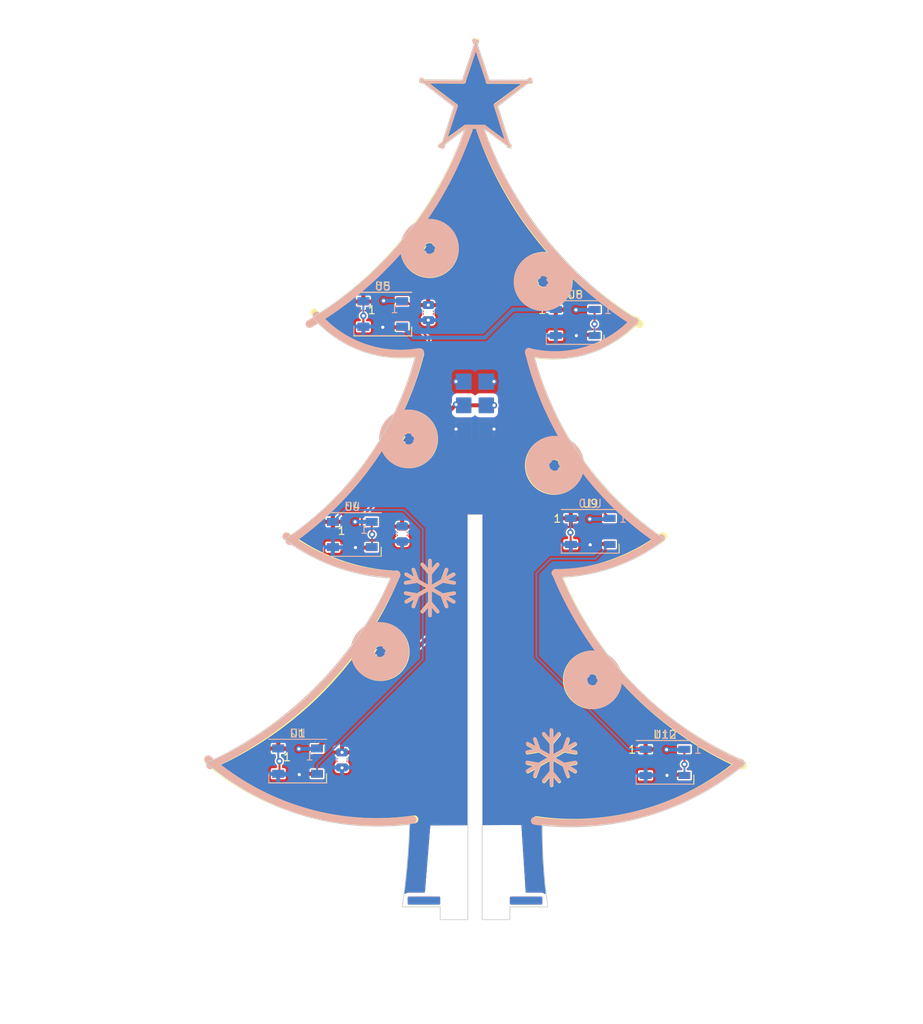
<source format=kicad_pcb>
(kicad_pcb (version 20221018) (generator pcbnew)
  (title_block (comment 4 "AISLER Project ID: SEEBHILR"))
  (layers (0 "F.Cu" signal) (31 "B.Cu" signal) (34 "B.Paste" user) (35 "F.Paste" user) (36 "B.SilkS" user "B.Silkscreen") (37 "F.SilkS" user "F.Silkscreen") (38 "B.Mask" user) (39 "F.Mask" user) (44 "Edge.Cuts" user))
  (net 0 "")
  (net 1 "+5V")
  (net 2 "GND")
  (net 3 "/DIN")
  (net 4 "Net-(U1-DOUT)")
  (net 5 "Net-(U2-DOUT)")
  (net 6 "Net-(U3-DOUT)")
  (net 7 "Net-(U4-DOUT)")
  (net 8 "Net-(U5-DOUT)")
  (net 9 "Net-(U6-DOUT)")
  (net 10 "Net-(U7-DOUT)")
  (net 11 "Net-(U8-DOUT)")
  (net 12 "Net-(U10-DIN)")
  (net 13 "Net-(U10-DOUT)")
  (net 14 "Net-(U11-DOUT)")
  (footprint "LOGO" (layer "F.Cu") (at 149.175 109.6)
    (fp_text reference "G***" hide)
    (fp_text value "LOGO" hide)
  )
  (footprint "Capacitor_SMD:C_0805_2012Metric" (layer "F.Cu") (at 130.3 81.35 -90)
    (fp_text reference "C6" hide)
    (fp_text value "0.1uF")
    (pad "1" smd roundrect (at -0.95 0 270) (size 1 1.45) (layers "F.Cu" "F.Paste" "F.Mask") (net 1 "+5V"))
    (pad "2" smd roundrect (at 0.95 0 270) (size 1 1.45) (layers "F.Cu" "F.Paste" "F.Mask") (net 2 "GND"))
  )
  (footprint "LOGO" (layer "F.Cu") (at 149.599308 72.15 -10)
    (fp_text reference "G***" hide)
    (fp_text value "LOGO" hide)
  )
  (footprint "LOGO" (layer "F.Cu") (at 133.734419 44.813426 10)
    (fp_text reference "G***" hide)
    (fp_text value "LOGO" hide)
  )
  (footprint "LOGO" (layer "F.Cu") (at 127.515 95.665 10)
    (fp_text reference "G***" hide)
    (fp_text value "LOGO" hide)
  )
  (footprint "LOGO" (layer "F.Cu") (at 133.8 88.15)
    (fp_text reference "G***" hide)
    (fp_text value "LOGO" hide)
  )
  (footprint "LED_SMD:LED_WS2812B_PLCC4_5.0x5.0mm_P3.2mm" (layer "F.Cu") (at 127.85 53.6)
    (fp_text reference "U5" (at 0 -3.5) (layer "F.SilkS"))
    (fp_text value "WS2812B")
    (fp_text user "1" (at -1.38 -0.52) (layer "F.SilkS"))
    (pad "1" smd rect (at -2.45 -1.6) (size 1.5 1) (layers "F.Cu" "F.Paste" "F.Mask") (net 1 "+5V"))
    (pad "2" smd rect (at -2.45 1.6) (size 1.5 1) (layers "F.Cu" "F.Paste" "F.Mask") (net 8 "Net-(U5-DOUT)"))
    (pad "3" smd rect (at 2.45 1.6) (size 1.5 1) (layers "F.Cu" "F.Paste" "F.Mask") (net 2 "GND"))
    (pad "4" smd rect (at 2.45 -1.6) (size 1.5 1) (layers "F.Cu" "F.Paste" "F.Mask") (net 7 "Net-(U4-DOUT)"))
  )
  (footprint "LOGO" (layer "F.Cu") (at 148.239308 48.89 -10)
    (fp_text reference "G***" hide)
    (fp_text value "LOGO" hide)
  )
  (footprint "LED_SMD:LED_WS2812B_PLCC4_5.0x5.0mm_P3.2mm" (layer "F.Cu") (at 154.05 81)
    (fp_text reference "U9" (at 0 -3.5) (layer "F.SilkS"))
    (fp_text value "WS2812B")
    (fp_text user "1" (at -4.15 -1.6) (layer "F.SilkS"))
    (pad "1" smd rect (at -2.45 -1.65) (size 1.5 0.9) (layers "F.Cu" "F.Paste" "F.Mask") (net 1 "+5V"))
    (pad "2" smd rect (at -2.45 1.65) (size 1.5 0.9) (layers "F.Cu" "F.Paste" "F.Mask") (net 12 "Net-(U10-DIN)"))
    (pad "3" smd rect (at 2.45 1.65) (size 1.5 0.9) (layers "F.Cu" "F.Paste" "F.Mask") (net 2 "GND"))
    (pad "4" smd rect (at 2.45 -1.65) (size 1.5 0.9) (layers "F.Cu" "F.Paste" "F.Mask") (net 11 "Net-(U8-DOUT)"))
  )
  (footprint "LOGO" (layer "F.Cu") (at 131.105 68.825 10)
    (fp_text reference "G***" hide)
    (fp_text value "LOGO" hide)
  )
  (footprint "Capacitor_SMD:C_0805_2012Metric" (layer "F.Cu") (at 133.6 53.4 -90)
    (fp_text reference "C2" hide)
    (fp_text value "0.1uF")
    (pad "1" smd roundrect (at -0.95 0 270) (size 1 1.45) (layers "F.Cu" "F.Paste" "F.Mask") (net 1 "+5V"))
    (pad "2" smd roundrect (at 0.95 0 270) (size 1 1.45) (layers "F.Cu" "F.Paste" "F.Mask") (net 2 "GND"))
  )
  (footprint "LED_SMD:LED_WS2812B_PLCC4_5.0x5.0mm_P3.2mm" (layer "F.Cu") (at 117.1 110)
    (fp_text reference "U1" (at 0 -3.5) (layer "F.SilkS"))
    (fp_text value "WS2812B")
    (fp_text user "1" (at -1.33 -0.5) (layer "F.SilkS"))
    (pad "1" smd rect (at -2.45 -1.6) (size 1.5 1) (layers "F.Cu" "F.Paste" "F.Mask") (net 1 "+5V"))
    (pad "2" smd rect (at -2.45 1.6) (size 1.5 1) (layers "F.Cu" "F.Paste" "F.Mask") (net 4 "Net-(U1-DOUT)"))
    (pad "3" smd rect (at 2.45 1.6) (size 1.5 1) (layers "F.Cu" "F.Paste" "F.Mask") (net 2 "GND"))
    (pad "4" smd rect (at 2.45 -1.6) (size 1.5 1) (layers "F.Cu" "F.Paste" "F.Mask") (net 3 "/DIN"))
  )
  (footprint "LED_SMD:LED_WS2812B_PLCC4_5.0x5.0mm_P3.2mm" (layer "F.Cu") (at 163.5 110.15)
    (fp_text reference "U12" (at 0 -3.5) (layer "F.SilkS"))
    (fp_text value "WS2812B")
    (fp_text user "1" (at -4.15 -1.6) (layer "F.SilkS"))
    (pad "1" smd rect (at -2.45 -1.65) (size 1.5 0.9) (layers "F.Cu" "F.Paste" "F.Mask") (net 1 "+5V"))
    (pad "2" smd rect (at -2.45 1.65) (size 1.5 0.9) (layers "F.Cu" "F.Paste" "F.Mask"))
    (pad "3" smd rect (at 2.45 1.65) (size 1.5 0.9) (layers "F.Cu" "F.Paste" "F.Mask") (net 2 "GND"))
    (pad "4" smd rect (at 2.45 -1.65) (size 1.5 0.9) (layers "F.Cu" "F.Paste" "F.Mask") (net 14 "Net-(U11-DOUT)"))
  )
  (footprint "LED_SMD:LED_WS2812B_PLCC4_5.0x5.0mm_P3.2mm" (layer "F.Cu") (at 152.15 54.65)
    (fp_text reference "U8" (at 0 -3.5) (layer "F.SilkS"))
    (fp_text value "WS2812B")
    (fp_text user "1" (at -4.15 -1.6) (layer "F.SilkS"))
    (pad "1" smd rect (at -2.45 -1.65) (size 1.5 0.9) (layers "F.Cu" "F.Paste" "F.Mask") (net 1 "+5V"))
    (pad "2" smd rect (at -2.45 1.65) (size 1.5 0.9) (layers "F.Cu" "F.Paste" "F.Mask") (net 11 "Net-(U8-DOUT)"))
    (pad "3" smd rect (at 2.45 1.65) (size 1.5 0.9) (layers "F.Cu" "F.Paste" "F.Mask") (net 2 "GND"))
    (pad "4" smd rect (at 2.45 -1.65) (size 1.5 0.9) (layers "F.Cu" "F.Paste" "F.Mask") (net 10 "Net-(U7-DOUT)"))
  )
  (footprint "LOGO" (layer "F.Cu") (at 154.399308 99.2 -10)
    (fp_text reference "G***" hide)
    (fp_text value "LOGO" hide)
  )
  (footprint "Capacitor_SMD:C_0805_2012Metric" (layer "F.Cu") (at 122.7 109.85 -90)
    (fp_text reference "C4" hide)
    (fp_text value "0.1uF")
    (pad "1" smd roundrect (at -0.95 0 270) (size 1 1.45) (layers "F.Cu" "F.Paste" "F.Mask") (net 1 "+5V"))
    (pad "2" smd roundrect (at 0.95 0 270) (size 1 1.45) (layers "F.Cu" "F.Paste" "F.Mask") (net 2 "GND"))
  )
  (footprint "LED_SMD:LED_WS2812B_PLCC4_5.0x5.0mm_P3.2mm" (layer "F.Cu") (at 124 81.4)
    (fp_text reference "U4" (at 0 -3.5) (layer "F.SilkS"))
    (fp_text value "WS2812B")
    (fp_text user "1" (at -1.35 -0.46) (layer "F.SilkS"))
    (pad "1" smd rect (at -2.45 -1.6) (size 1.5 1) (layers "F.Cu" "F.Paste" "F.Mask") (net 1 "+5V"))
    (pad "2" smd rect (at -2.45 1.6) (size 1.5 1) (layers "F.Cu" "F.Paste" "F.Mask") (net 7 "Net-(U4-DOUT)"))
    (pad "3" smd rect (at 2.45 1.6) (size 1.5 1) (layers "F.Cu" "F.Paste" "F.Mask") (net 2 "GND"))
    (pad "4" smd rect (at 2.45 -1.6) (size 1.5 1) (layers "F.Cu" "F.Paste" "F.Mask") (net 6 "Net-(U3-DOUT)"))
  )
  (footprint "LOGO" (layer "B.Cu") (at 130.990692 68.787039 -170)
    (fp_text reference "G***" hide)
    (fp_text value "LOGO" hide)
  )
  (footprint "LED_SMD:LED_WS2812B_PLCC4_5.0x5.0mm_P3.2mm" (layer "B.Cu") (at 124 81.4 180)
    (fp_text reference "U3" (at 0 3.5) (layer "B.SilkS") (effects (justify mirror)))
    (fp_text value "WS2812B")
    (fp_text user "1" (at -1.48 0.61) (layer "B.SilkS") (effects (justify mirror)))
    (pad "1" smd rect (at -2.45 1.6 180) (size 1.5 1) (layers "B.Cu" "B.Paste" "B.Mask") (net 1 "+5V"))
    (pad "2" smd rect (at -2.45 -1.6 180) (size 1.5 1) (layers "B.Cu" "B.Paste" "B.Mask") (net 6 "Net-(U3-DOUT)"))
    (pad "3" smd rect (at 2.45 -1.6 180) (size 1.5 1) (layers "B.Cu" "B.Paste" "B.Mask") (net 2 "GND"))
    (pad "4" smd rect (at 2.45 1.6 180) (size 1.5 1) (layers "B.Cu" "B.Paste" "B.Mask") (net 5 "Net-(U2-DOUT)"))
  )
  (footprint "Capacitor_SMD:C_0805_2012Metric" (layer "B.Cu") (at 122.7 109.85 -90)
    (fp_text reference "C3" hide)
    (fp_text value "0.1uF")
    (pad "1" smd roundrect (at -0.95 0 270) (size 1 1.45) (layers "B.Cu" "B.Paste" "B.Mask") (net 1 "+5V"))
    (pad "2" smd roundrect (at 0.95 0 270) (size 1 1.45) (layers "B.Cu" "B.Paste" "B.Mask") (net 2 "GND"))
  )
  (footprint "LED_SMD:LED_WS2812B_PLCC4_5.0x5.0mm_P3.2mm" (layer "B.Cu") (at 127.85 53.55 180)
    (fp_text reference "U6" (at 0 3.5) (layer "B.SilkS") (effects (justify mirror)))
    (fp_text value "WS2812B")
    (fp_text user "1" (at -1.49 0.6) (layer "B.SilkS") (effects (justify mirror)))
    (pad "1" smd rect (at -2.45 1.6 180) (size 1.5 1) (layers "B.Cu" "B.Paste" "B.Mask") (net 1 "+5V"))
    (pad "2" smd rect (at -2.45 -1.6 180) (size 1.5 1) (layers "B.Cu" "B.Paste" "B.Mask") (net 9 "Net-(U6-DOUT)"))
    (pad "3" smd rect (at 2.45 -1.6 180) (size 1.5 1) (layers "B.Cu" "B.Paste" "B.Mask") (net 2 "GND"))
    (pad "4" smd rect (at 2.45 1.6 180) (size 1.5 1) (layers "B.Cu" "B.Paste" "B.Mask") (net 8 "Net-(U5-DOUT)"))
  )
  (footprint "LOGO" (layer "B.Cu") (at 154.405 99.205 170)
    (fp_text reference "G***" hide)
    (fp_text value "LOGO" hide)
  )
  (footprint "LOGO" (layer "B.Cu") (at 148.105 48.975 170)
    (fp_text reference "G***" hide)
    (fp_text value "LOGO" hide)
  )
  (footprint "LOGO" (layer "B.Cu") (at 149.615 72.125 170)
    (fp_text reference "G***" hide)
    (fp_text value "LOGO" hide)
  )
  (footprint "LED_SMD:LED_WS2812B_PLCC4_5.0x5.0mm_P3.2mm" (layer "B.Cu") (at 117.1 110 180)
    (fp_text reference "U2" (at 0 3.5) (layer "B.SilkS") (effects (justify mirror)))
    (fp_text value "WS2812B")
    (fp_text user "1" (at -1.51 0.6) (layer "B.SilkS") (effects (justify mirror)))
    (pad "1" smd rect (at -2.45 1.6 180) (size 1.5 1) (layers "B.Cu" "B.Paste" "B.Mask") (net 1 "+5V"))
    (pad "2" smd rect (at -2.45 -1.6 180) (size 1.5 1) (layers "B.Cu" "B.Paste" "B.Mask") (net 5 "Net-(U2-DOUT)"))
    (pad "3" smd rect (at 2.45 -1.6 180) (size 1.5 1) (layers "B.Cu" "B.Paste" "B.Mask") (net 2 "GND"))
    (pad "4" smd rect (at 2.45 1.6 180) (size 1.5 1) (layers "B.Cu" "B.Paste" "B.Mask") (net 4 "Net-(U1-DOUT)"))
  )
  (footprint "LOGO" (layer "B.Cu") (at 149.138821 109.515153 180)
    (fp_text reference "G***" hide)
    (fp_text value "LOGO" hide)
  )
  (footprint "LED_SMD:LED_WS2812B_PLCC4_5.0x5.0mm_P3.2mm" (layer "B.Cu") (at 154.05 81 180)
    (fp_text reference "U10" (at 0 3.5) (layer "B.SilkS") (effects (justify mirror)))
    (fp_text value "WS2812B")
    (fp_text user "1" (at -4.15 1.6) (layer "B.SilkS") (effects (justify mirror)))
    (pad "1" smd rect (at -2.45 1.65 180) (size 1.5 0.9) (layers "B.Cu" "B.Paste" "B.Mask") (net 1 "+5V"))
    (pad "2" smd rect (at -2.45 -1.65 180) (size 1.5 0.9) (layers "B.Cu" "B.Paste" "B.Mask") (net 13 "Net-(U10-DOUT)"))
    (pad "3" smd rect (at 2.45 -1.65 180) (size 1.5 0.9) (layers "B.Cu" "B.Paste" "B.Mask") (net 2 "GND"))
    (pad "4" smd rect (at 2.45 1.65 180) (size 1.5 0.9) (layers "B.Cu" "B.Paste" "B.Mask") (net 12 "Net-(U10-DIN)"))
  )
  (footprint "LOGO" (layer "B.Cu") (at 127.370692 95.6 -170)
    (fp_text reference "G***" hide)
    (fp_text value "LOGO" hide)
  )
  (footprint "Capacitor_SMD:C_0805_2012Metric" (layer "B.Cu") (at 133.6 53.4 -90)
    (fp_text reference "C5" hide)
    (fp_text value "0.1uF")
    (pad "1" smd roundrect (at -0.95 0 270) (size 1 1.45) (layers "B.Cu" "B.Paste" "B.Mask") (net 1 "+5V"))
    (pad "2" smd roundrect (at 0.95 0 270) (size 1 1.45) (layers "B.Cu" "B.Paste" "B.Mask") (net 2 "GND"))
  )
  (footprint "LED_SMD:LED_WS2812B_PLCC4_5.0x5.0mm_P3.2mm" (layer "B.Cu") (at 163.5 110.15 180)
    (fp_text reference "U11" (at 0 3.5) (layer "B.SilkS") (effects (justify mirror)))
    (fp_text value "WS2812B")
    (fp_text user "1" (at -4.15 1.6) (layer "B.SilkS") (effects (justify mirror)))
    (pad "1" smd rect (at -2.45 1.65 180) (size 1.5 0.9) (layers "B.Cu" "B.Paste" "B.Mask") (net 1 "+5V"))
    (pad "2" smd rect (at -2.45 -1.65 180) (size 1.5 0.9) (layers "B.Cu" "B.Paste" "B.Mask") (net 14 "Net-(U11-DOUT)"))
    (pad "3" smd rect (at 2.45 -1.65 180) (size 1.5 0.9) (layers "B.Cu" "B.Paste" "B.Mask") (net 2 "GND"))
    (pad "4" smd rect (at 2.45 1.65 180) (size 1.5 0.9) (layers "B.Cu" "B.Paste" "B.Mask") (net 13 "Net-(U10-DOUT)"))
  )
  (footprint "Capacitor_SMD:C_0805_2012Metric" (layer "B.Cu") (at 130.3 81.3 -90)
    (fp_text reference "C1" hide)
    (fp_text value "0.1uF")
    (pad "1" smd roundrect (at -0.95 0 270) (size 1 1.45) (layers "B.Cu" "B.Paste" "B.Mask") (net 1 "+5V"))
    (pad "2" smd roundrect (at 0.95 0 270) (size 1 1.45) (layers "B.Cu" "B.Paste" "B.Mask") (net 2 "GND"))
  )
  (footprint "LED_SMD:LED_WS2812B_PLCC4_5.0x5.0mm_P3.2mm" (layer "B.Cu") (at 152.15 54.65 180)
    (fp_text reference "U7" (at 0 3.5) (layer "B.SilkS") (effects (justify mirror)))
    (fp_text value "WS2812B")
    (fp_text user "1" (at -4.15 1.6) (layer "B.SilkS") (effects (justify mirror)))
    (pad "1" smd rect (at -2.45 1.65 180) (size 1.5 0.9) (layers "B.Cu" "B.Paste" "B.Mask") (net 1 "+5V"))
    (pad "2" smd rect (at -2.45 -1.65 180) (size 1.5 0.9) (layers "B.Cu" "B.Paste" "B.Mask") (net 10 "Net-(U7-DOUT)"))
    (pad "3" smd rect (at 2.45 -1.65 180) (size 1.5 0.9) (layers "B.Cu" "B.Paste" "B.Mask") (net 2 "GND"))
    (pad "4" smd rect (at 2.45 1.65 180) (size 1.5 0.9) (layers "B.Cu" "B.Paste" "B.Mask") (net 9 "Net-(U6-DOUT)"))
  )
  (footprint "LOGO" (layer "B.Cu") (at 133.65436 44.717039 -170)
    (fp_text reference "G***" hide)
    (fp_text value "LOGO" hide)
  )
  (footprint "LOGO" (layer "B.Cu") (at 133.83 88.17 180)
    (fp_text reference "G***" hide)
    (fp_text value "LOGO" hide)
  )
  (gr_circle (center 154.38 99.73) (end 153.68 99.73) (stroke (width 3)) (fill none) (layer "B.SilkS"))
  (gr_arc (start 159.61 54.45) (mid 153.513169 58.199051) (end 146.36 58.38) (stroke (width 1)) (layer "B.SilkS"))
  (gr_line (start 135.4 32.5) (end 137.075 27.35) (stroke (width 0.5)) (layer "B.SilkS"))
  (gr_circle (center 131.09 69.337039) (end 130.39 69.337039) (stroke (width 3)) (fill none) (layer "B.SilkS"))
  (gr_arc (start 159.6 54.59) (mid 147.855785 44.020223) (end 140.14 30.23) (stroke (width 1)) (layer "B.SilkS"))
  (gr_circle (center 127.47 96.15) (end 126.77 96.15) (stroke (width 3)) (fill none) (layer "B.SilkS"))
  (gr_circle (center 148.08 49.5) (end 147.38 49.5) (stroke (width 3)) (fill none) (layer "B.SilkS"))
  (gr_line (start 141.1 24.15) (end 139.4 19.05) (stroke (width 0.5)) (layer "B.SilkS"))
  (gr_arc (start 162.98 81.88) (mid 156.673165 85.144) (end 149.66 86.26) (stroke (width 1)) (layer "B.SilkS"))
  (gr_line (start 138.325 29.95) (end 135.075 32.375) (stroke (width 0.5)) (layer "B.SilkS"))
  (gr_arc (start 132.35 58.39) (mid 125.324107 57.755854) (end 119.5 53.77) (stroke (width 1)) (layer "B.SilkS"))
  (gr_arc (start 129.57 86.48) (mid 122.249445 85.129247) (end 115.672605 81.641898) (stroke (width 1)) (layer "B.SilkS"))
  (gr_arc (start 138.7 30.21) (mid 130.879998 44.335979) (end 118.61 54.83) (stroke (width 1)) (layer "B.SilkS"))
  (gr_circle (center 149.59 72.65) (end 148.89 72.65) (stroke (width 3)) (fill none) (layer "B.SilkS"))
  (gr_line (start 138.325 29.95) (end 140.575 29.95) (stroke (width 0.5)) (layer "B.SilkS"))
  (gr_arc (start 162.63 82.06) (mid 152.274498 71.717034) (end 146.31 58.35) (stroke (width 1)) (layer "B.SilkS"))
  (gr_arc (start 131.59 117.4) (mid 117.87097 116.35497) (end 105.79 109.77) (stroke (width 1)) (layer "B.SilkS"))
  (gr_arc (start 132.56 58.4) (mid 126.493918 71.81622) (end 116.08 82.23) (stroke (width 1)) (layer "B.SilkS"))
  (gr_line (start 132.725 24) (end 137.075 27.35) (stroke (width 0.5)) (layer "B.SilkS"))
  (gr_line (start 140.65 29.95) (end 143.85 32.3) (stroke (width 0.5)) (layer "B.SilkS"))
  (gr_circle (center 133.753668 45.267039) (end 133.053668 45.267039) (stroke (width 3)) (fill none) (layer "B.SilkS"))
  (gr_line (start 142.125 27.3) (end 146.475 24) (stroke (width 0.5)) (layer "B.SilkS"))
  (gr_arc (start 173.06 110.23) (mid 160.819231 116.582461) (end 147.060874 117.53) (stroke (width 1)) (layer "B.SilkS"))
  (gr_line (start 143.775 32.4) (end 142.125 27.3) (stroke (width 0.5)) (layer "B.SilkS"))
  (gr_line (start 146.55 24.25) (end 141.15 24.25) (stroke (width 0.5)) (layer "B.SilkS"))
  (gr_line (start 132.7 24.2) (end 138.05 24.275) (stroke (width 0.5)) (layer "B.SilkS"))
  (gr_arc (start 129.57 86.5) (mid 120.007008 100.661275) (end 106.05 110.52) (stroke (width 1)) (layer "B.SilkS"))
  (gr_arc (start 173.02 110.28) (mid 159.050368 100.531976) (end 149.72 86.28) (stroke (width 1)) (layer "B.SilkS"))
  (gr_line (start 139.75 19.175) (end 138.05 24.275) (stroke (width 0.5)) (layer "B.SilkS"))
  (gr_line (start 143.95 32.425) (end 140.7 30) (stroke (width 0.5)) (layer "F.SilkS"))
  (gr_arc (start 173.3 110.54) (mid 159.318083 100.818652) (end 150.01 86.56) (stroke (width 1)) (layer "F.SilkS"))
  (gr_arc (start 162.8 82.1) (mid 152.430156 71.807858) (end 146.4 58.5) (stroke (width 1)) (layer "F.SilkS"))
  (gr_line (start 142.125 27.2) (end 143.725 32.35) (stroke (width 0.5)) (layer "F.SilkS"))
  (gr_line (start 132.725 24) (end 137.075 27.3) (stroke (width 0.5)) (layer "F.SilkS"))
  (gr_circle (center 127.54 96.19) (end 128.24 96.19) (stroke (width 3)) (fill none) (layer "F.SilkS"))
  (gr_arc (start 159.85 54.35) (mid 153.636667 58.175002) (end 146.35 58.55) (stroke (width 1)) (layer "F.SilkS"))
  (gr_arc (start 173.003169 110.161326) (mid 160.901583 116.543977) (end 147.25 117.45) (stroke (width 1)) (layer "F.SilkS"))
  (gr_circle (center 149.5 72.7) (end 150.2 72.7) (stroke (width 3)) (fill none) (layer "F.SilkS"))
  (gr_arc (start 163.24 81.62) (mid 156.963087 84.984315) (end 149.99 86.43) (stroke (width 1)) (layer "F.SilkS"))
  (gr_arc (start 138.7 30.28) (mid 131.050844 43.924692) (end 119.38 54.34) (stroke (width 1)) (layer "F.SilkS"))
  (gr_line (start 138.1 24.25) (end 132.7 24.25) (stroke (width 0.5)) (layer "F.SilkS"))
  (gr_line (start 141.1 24.275) (end 146.5 24.3) (stroke (width 0.5)) (layer "F.SilkS"))
  (gr_circle (center 133.759419 45.338426) (end 134.459419 45.338426) (stroke (width 3)) (fill none) (layer "F.SilkS"))
  (gr_line (start 142.125 27.2) (end 146.475 24) (stroke (width 0.5)) (layer "F.SilkS"))
  (gr_arc (start 132.58 58.6) (mid 126.527277 71.777837) (end 116.3 82.06) (stroke (width 1)) (layer "F.SilkS"))
  (gr_line (start 135.15 32.225) (end 138.25 29.975) (stroke (width 0.5)) (layer "F.SilkS"))
  (gr_line (start 138.3 29.95) (end 140.65 29.95) (stroke (width 0.5)) (layer "F.SilkS"))
  (gr_circle (center 154.3 99.75) (end 155 99.75) (stroke (width 3)) (fill none) (layer "F.SilkS"))
  (gr_arc (start 129.57 86.44) (mid 120.239632 100.691976) (end 106.27 110.44) (stroke (width 1)) (layer "F.SilkS"))
  (gr_arc (start 132.5 58.51) (mid 125.165935 57.764768) (end 119.21 53.42) (stroke (width 1)) (layer "F.SilkS"))
  (gr_line (start 137.075 27.3) (end 135.425 32.4) (stroke (width 0.5)) (layer "F.SilkS"))
  (gr_line (start 139.8 19.05) (end 138.1 24.15) (stroke (width 0.5)) (layer "F.SilkS"))
  (gr_circle (center 148.14 49.44) (end 148.84 49.44) (stroke (width 3)) (fill none) (layer "F.SilkS"))
  (gr_arc (start 160.3 54.85) (mid 148.014441 44.360305) (end 140.15 30.25) (stroke (width 1)) (layer "F.SilkS"))
  (gr_arc (start 129.52716 86.470601) (mid 122.457529 85.11026) (end 116.08 81.77) (stroke (width 1)) (layer "F.SilkS"))
  (gr_line (start 141.15 24.275) (end 139.45 19.175) (stroke (width 0.5)) (layer "F.SilkS"))
  (gr_arc (start 131.85 117.35) (mid 118.07776 116.451906) (end 105.850874 110.05) (stroke (width 1)) (layer "F.SilkS"))
  (gr_line (start 137.3 30.5) (end 137.3 30.7) (stroke (width 0.15)) (layer "F.SilkS"))
  (gr_circle (center 131.13 69.35) (end 131.83 69.35) (stroke (width 3)) (fill none) (layer "F.SilkS"))
  (gr_line (start 138.6 78.9) (end 138.6 130) (stroke (width 0.1)) (layer "Edge.Cuts"))
  (gr_arc (start 163.5 82) (mid 153.174258 71.989119) (end 147 59) (stroke (width 0.1)) (layer "Edge.Cuts"))
  (gr_line (start 137.9 24.05) (end 132.5 24.05) (stroke (width 0.1)) (layer "Edge.Cuts"))
  (gr_line (start 135.1 130) (end 135.1 128.4) (stroke (width 0.1)) (layer "Edge.Cuts"))
  (gr_line (start 142.35 27.3) (end 144.05 32.7) (stroke (width 0.1)) (layer "Edge.Cuts"))
  (gr_line (start 142.35 27.3) (end 146.7 24.1) (stroke (width 0.1)) (layer "Edge.Cuts"))
  (gr_line (start 135.1 128.4) (end 130.3 128.4) (stroke (width 0.1)) (layer "Edge.Cuts"))
  (gr_arc (start 173.7 110.2) (mid 161.66749 116.793526) (end 148 118) (stroke (width 0.1)) (layer "Edge.Cuts"))
  (gr_arc (start 138.3 30.2) (mid 130.689324 43.753738) (end 119 54) (stroke (width 0.1)) (layer "Edge.Cuts"))
  (gr_arc (start 132 59) (mid 125.825741 71.989118) (end 115.5 82) (stroke (width 0.1)) (layer "Edge.Cuts"))
  (gr_line (start 139.6 18.95) (end 137.9 24.05) (stroke (width 0.1)) (layer "Edge.Cuts"))
  (gr_line (start 140.4 78.9) (end 140.4 130) (stroke (width 0.1)) (layer "Edge.Cuts"))
  (gr_line (start 138.6 130) (end 135.1 130) (stroke (width 0.1)) (layer "Edge.Cuts"))
  (gr_arc (start 128.85 86.85) (mid 119.423822 100.755614) (end 105.537921 110.210808) (stroke (width 0.1)) (layer "Edge.Cuts"))
  (gr_arc (start 131.237047 117.978087) (mid 117.571078 116.795641) (end 105.537921 110.210808) (stroke (width 0.1)) (layer "Edge.Cuts"))
  (gr_line (start 143.9 130) (end 140.4 130) (stroke (width 0.1)) (layer "Edge.Cuts"))
  (gr_arc (start 163.5 82) (mid 157.374925 85.415423) (end 150.5 86.8) (stroke (width 0.1)) (layer "Edge.Cuts"))
  (gr_line (start 141.3 24.05) (end 146.7 24.1) (stroke (width 0.1)) (layer "Edge.Cuts"))
  (gr_arc (start 160.2 54.4) (mid 154.214035 58.462012) (end 147 59) (stroke (width 0.1)) (layer "Edge.Cuts"))
  (gr_arc (start 148.7 128.4) (mid 148.163605 123.212546) (end 148 118) (stroke (width 0.1)) (layer "Edge.Cuts"))
  (gr_line (start 141.3 24.05) (end 139.6 18.95) (stroke (width 0.1)) (layer "Edge.Cuts"))
  (gr_arc (start 131.237047 117.978087) (mid 130.912718 123.202008) (end 130.3 128.4) (stroke (width 0.1)) (layer "Edge.Cuts"))
  (gr_arc (start 160.2 54.4) (mid 148.339831 43.984507) (end 140.65 30.2) (stroke (width 0.1)) (layer "Edge.Cuts"))
  (gr_arc (start 128.85 86.85) (mid 121.802666 85.449879) (end 115.5 82) (stroke (width 0.1)) (layer "Edge.Cuts"))
  (gr_line (start 135.2 32.45) (end 138.3 30.2) (stroke (width 0.1)) (layer "Edge.Cuts"))
  (gr_arc (start 173.7 110.2) (mid 159.886083 100.694995) (end 150.5 86.8) (stroke (width 0.1)) (layer "Edge.Cuts"))
  (gr_line (start 140.4 78.9) (end 138.6 78.9) (stroke (width 0.1)) (layer "Edge.Cuts"))
  (gr_line (start 144.05 32.7) (end 140.65 30.2) (stroke (width 0.1)) (layer "Edge.Cuts"))
  (gr_line (start 148.7 128.4) (end 143.9 128.4) (stroke (width 0.1)) (layer "Edge.Cuts"))
  (gr_line (start 132.5 24.05) (end 136.85 27.35) (stroke (width 0.1)) (layer "Edge.Cuts"))
  (gr_arc (start 132 59) (mid 124.875047 58.124877) (end 119 54) (stroke (width 0.1)) (layer "Edge.Cuts"))
  (gr_line (start 143.9 128.4) (end 143.9 130) (stroke (width 0.1)) (layer "Edge.Cuts"))
  (gr_line (start 136.85 27.35) (end 135.2 32.45) (stroke (width 0.1)) (layer "Edge.Cuts"))
  (segment (start 117.25 108.45) (end 114.7 108.45) (width 0.5) (layer "F.Cu") (net 1))
  (segment (start 124.35 79.8) (end 121.55 79.8) (width 0.5) (layer "F.Cu") (net 1))
  (segment (start 114.7 108.45) (end 114.65 108.4) (width 0.5) (layer "F.Cu") (net 1))
  (segment (start 163.7 108.55) (end 161.15 108.55) (width 0.5) (layer "F.Cu") (net 1))
  (segment (start 154 79.45) (end 151.45 79.45) (width 0.5) (layer "F.Cu") (net 1))
  (segment (start 152.25 53.05) (end 149.7 53.05) (width 0.5) (layer "F.Cu") (net 1))
  (via (at 152.25 53.05) (size 0.8) (drill 0.4) (layers "F.Cu" "B.Cu") (net 1))
  (via (at 122.7 108.9) (size 0.8) (drill 0.4) (layers "F.Cu" "B.Cu") (net 1))
  (via (at 137.1 62.1) (size 0.8) (drill 0.4) (layers "F.Cu" "B.Cu") (net 1))
  (via (at 154 79.45) (size 0.8) (drill 0.4) (layers "F.Cu" "B.Cu") (net 1))
  (via (at 127.95 51.9) (size 0.8) (drill 0.4) (layers "F.Cu" "B.Cu") (net 1))
  (via (at 117.25 108.45) (size 0.8) (drill 0.4) (layers "F.Cu" "B.Cu") (net 1))
  (via (at 141.9 62.1) (size 0.8) (drill 0.4) (layers "F.Cu" "B.Cu") (net 1))
  (via (at 133.6 52.45) (size 0.8) (drill 0.4) (layers "F.Cu" "B.Cu") (net 1))
  (via (at 163.7 108.55) (size 0.8) (drill 0.4) (layers "F.Cu" "B.Cu") (net 1))
  (via (at 124.35 79.8) (size 0.8) (drill 0.4) (layers "F.Cu" "B.Cu") (net 1))
  (segment (start 119.5 108.45) (end 119.55 108.4) (width 0.5) (layer "B.Cu") (net 1))
  (segment (start 154 79.45) (end 156.25 79.45) (width 0.5) (layer "B.Cu") (net 1))
  (segment (start 124.35 79.8) (end 126.45 79.8) (width 0.5) (layer "B.Cu") (net 1))
  (segment (start 127.95 51.9) (end 130.25 51.9) (width 0.5) (layer "B.Cu") (net 1))
  (segment (start 130.25 51.9) (end 130.3 51.95) (width 0.5) (layer "B.Cu") (net 1))
  (segment (start 141.9 62.1) (end 141.9 62.3) (width 0.5) (layer "B.Cu") (net 1))
  (segment (start 152.25 53.05) (end 154.5 53.05) (width 0.5) (layer "B.Cu") (net 1))
  (segment (start 117.25 108.45) (end 119.5 108.45) (width 0.5) (layer "B.Cu") (net 1))
  (segment (start 163.7 108.55) (end 165.95 108.55) (width 0.5) (layer "B.Cu") (net 1))
  (segment (start 130.25 55.25) (end 130.3 55.2) (width 0.5) (layer "F.Cu") (net 2))
  (segment (start 156.3 82.6) (end 154.15 82.6) (width 0.5) (layer "F.Cu") (net 2))
  (segment (start 117.4 111.6) (end 117.3 111.7) (width 0.5) (layer "F.Cu") (net 2))
  (segment (start 127.85 55.25) (end 130.25 55.25) (width 0.5) (layer "F.Cu") (net 2))
  (segment (start 166 111.7) (end 163.85 111.7) (width 0.5) (layer "F.Cu") (net 2))
  (segment (start 126.4 83.05) (end 126.45 83) (width 0.5) (layer "F.Cu") (net 2))
  (segment (start 119.55 111.6) (end 117.4 111.6) (width 0.5) (layer "F.Cu") (net 2))
  (segment (start 154.55 56.2) (end 152.4 56.2) (width 0.5) (layer "F.Cu") (net 2))
  (segment (start 124.4 83.05) (end 126.4 83.05) (width 0.5) (layer "F.Cu") (net 2))
  (via (at 152.3 56.3) (size 0.8) (drill 0.4) (layers "F.Cu" "B.Cu") (net 2))
  (via (at 124.4 83.05) (size 0.8) (drill 0.4) (layers "F.Cu" "B.Cu") (net 2))
  (via (at 163.75 111.8) (size 0.8) (drill 0.4) (layers "F.Cu" "B.Cu") (net 2))
  (via (at 122.7 110.85) (size 0.8) (drill 0.4) (layers "F.Cu" "B.Cu") (net 2))
  (via (at 137.1 68.1) (size 0.8) (drill 0.4) (layers "F.Cu" "B.Cu") (net 2))
  (via (at 141.9 68.1) (size 0.8) (drill 0.4) (layers "F.Cu" "B.Cu") (net 2))
  (via (at 154.05 82.7) (size 0.8) (drill 0.4) (layers "F.Cu" "B.Cu") (net 2))
  (via (at 117.3 111.7) (size 0.8) (drill 0.4) (layers "F.Cu" "B.Cu") (net 2))
  (via (at 133.6 54.35) (size 0.8) (drill 0.4) (layers "F.Cu" "B.Cu") (net 2))
  (via (at 127.85 55.25) (size 0.8) (drill 0.4) (layers "F.Cu" "B.Cu") (net 2))
  (segment (start 163.75 111.8) (end 161.2 111.8) (width 0.5) (layer "B.Cu") (net 2))
  (segment (start 114.75 111.7) (end 114.65 111.6) (width 0.5) (layer "B.Cu") (net 2))
  (segment (start 117.3 111.7) (end 114.75 111.7) (width 0.5) (layer "B.Cu") (net 2))
  (segment (start 154.05 82.7) (end 151.5 82.7) (width 0.5) (layer "B.Cu") (net 2))
  (segment (start 152.3 56.3) (end 149.75 56.3) (width 0.5) (layer "B.Cu") (net 2))
  (segment (start 124.4 83.05) (end 121.6 83.05) (width 0.5) (layer "B.Cu") (net 2))
  (segment (start 137.1 65) (end 137.2 65.1) (width 0.5) (layer "F.Cu") (net 3))
  (segment (start 135.3 66.8) (end 137.1 65) (width 0.5) (layer "F.Cu") (net 3))
  (segment (start 137.2 65.1) (end 141.9 65.1) (width 0.5) (layer "F.Cu") (net 3))
  (segment (start 135.3 92.65) (end 135.3 66.8) (width 0.5) (layer "F.Cu") (net 3))
  (segment (start 119.55 108.4) (end 135.3 92.65) (width 0.5) (layer "F.Cu") (net 3))
  (segment (start 119.65 108.5) (end 119.55 108.4) (width 0.5) (layer "F.Cu") (net 3))
  (via (at 141.9 65.1) (size 0.8) (drill 0.4) (layers "F.Cu" "B.Cu") (net 3))
  (via (at 137.1 65) (size 0.8) (drill 0.4) (layers "F.Cu" "B.Cu") (net 3))
  (segment (start 114.65 110.15) (end 114.8 110) (width 0.25) (layer "F.Cu") (net 4))
  (segment (start 114.8 111.45) (end 114.65 111.6) (width 0.25) (layer "F.Cu") (net 4))
  (segment (start 114.8 110) (end 114.8 111.45) (width 0.25) (layer "F.Cu") (net 4))
  (via (at 114.8 110) (size 0.8) (drill 0.4) (layers "F.Cu" "B.Cu") (net 4))
  (segment (start 114.65 109.85) (end 114.8 110) (width 0.25) (layer "B.Cu") (net 4))
  (segment (start 114.65 108.4) (end 114.65 109.85) (width 0.25) (layer "B.Cu") (net 4))
  (segment (start 132.9 80.7) (end 130.5 78.3) (width 0.25) (layer "B.Cu") (net 5))
  (segment (start 132.9 97.161827) (end 132.9 80.7) (width 0.25) (layer "B.Cu") (net 5))
  (segment (start 130.5 78.3) (end 123.05 78.3) (width 0.25) (layer "B.Cu") (net 5))
  (segment (start 119.55 110.511827) (end 132.9 97.161827) (width 0.25) (layer "B.Cu") (net 5))
  (segment (start 119.55 111.6) (end 119.55 110.511827) (width 0.25) (layer "B.Cu") (net 5))
  (segment (start 123.05 78.3) (end 121.55 79.8) (width 0.25) (layer "B.Cu") (net 5))
  (segment (start 126.45 79.8) (end 126.45 81.35) (width 0.25) (layer "F.Cu") (net 6))
  (segment (start 126.45 81.35) (end 126.5 81.4) (width 0.25) (layer "F.Cu") (net 6))
  (segment (start 126.5 81.4) (end 126.5 81.1) (width 0.25) (layer "F.Cu") (net 6))
  (via (at 126.5 81.4) (size 0.8) (drill 0.4) (layers "F.Cu" "B.Cu") (net 6))
  (segment (start 126.5 83.05) (end 126.45 83) (width 0.5) (layer "B.Cu") (net 6))
  (segment (start 126.5 81.4) (end 126.5 82.95) (width 0.25) (layer "B.Cu") (net 6))
  (segment (start 126.5 82.95) (end 126.45 83) (width 0.25) (layer "B.Cu") (net 6))
  (segment (start 121.55 83) (end 123 83) (width 0.25) (layer "F.Cu") (net 7))
  (segment (start 125.2 79.2) (end 131.4 73) (width 0.25) (layer "F.Cu") (net 7))
  (segment (start 132 55) (end 132 53.125) (width 0.25) (layer "F.Cu") (net 7))
  (segment (start 131.4 66.9) (end 133.7 64.6) (width 0.25) (layer "F.Cu") (net 7))
  (segment (start 133.7 64.6) (end 133.7 56.7) (width 0.25) (layer "F.Cu") (net 7))
  (segment (start 133.7 56.7) (end 132 55) (width 0.25) (layer "F.Cu") (net 7))
  (segment (start 125.2 80.8) (end 125.2 79.2) (width 0.25) (layer "F.Cu") (net 7))
  (segment (start 123 83) (end 125.2 80.8) (width 0.25) (layer "F.Cu") (net 7))
  (segment (start 131.4 73) (end 131.4 66.9) (width 0.25) (layer "F.Cu") (net 7))
  (segment (start 132 53.125) (end 130.875 52) (width 0.25) (layer "F.Cu") (net 7))
  (segment (start 125.4 55.2) (end 125.4 53.8) (width 0.25) (layer "F.Cu") (net 8))
  (segment (start 125.4 53.8) (end 125.4 53.9) (width 0.25) (layer "F.Cu") (net 8))
  (via (at 125.4 53.8) (size 0.8) (drill 0.4) (layers "F.Cu" "B.Cu") (net 8))
  (segment (start 125.4 51.95) (end 125.4 53.8) (width 0.25) (layer "B.Cu") (net 8))
  (segment (start 130.3 55.15) (end 131.7 56.55) (width 0.5) (layer "B.Cu") (net 9))
  (segment (start 144.3 53) (end 149.7 53) (width 0.5) (layer "B.Cu") (net 9))
  (segment (start 130.35 55.1) (end 130.3 55.15) (width 0.5) (layer "B.Cu") (net 9))
  (segment (start 140.75 56.55) (end 144.3 53) (width 0.5) (layer "B.Cu") (net 9))
  (segment (start 131.7 56.55) (end 140.75 56.55) (width 0.5) (layer "B.Cu") (net 9))
  (segment (start 154.6 53) (end 154.6 54.85) (width 0.25) (layer "F.Cu") (net 10))
  (via (at 154.6 54.85) (size 0.8) (drill 0.4) (layers "F.Cu" "B.Cu") (net 10))
  (segment (start 154.6 54.85) (end 154.6 54.9) (width 0.25) (layer "B.Cu") (net 10))
  (segment (start 154.6 56.3) (end 154.6 54.85) (width 0.25) (layer "B.Cu") (net 10))
  (segment (start 152.8 77.65) (end 154.8 77.65) (width 0.25) (layer "F.Cu") (net 11))
  (segment (start 151.35 76.2) (end 152.8 77.65) (width 0.25) (layer "F.Cu") (net 11))
  (segment (start 154.8 77.65) (end 156.5 79.35) (width 0.25) (layer "F.Cu") (net 11))
  (segment (start 144.7 73.8) (end 147.1 76.2) (width 0.25) (layer "F.Cu") (net 11))
  (segment (start 147.1 76.2) (end 151.35 76.2) (width 0.25) (layer "F.Cu") (net 11))
  (segment (start 144.7 58.5) (end 144.7 73.8) (width 0.25) (layer "F.Cu") (net 11))
  (segment (start 146.9 56.3) (end 144.7 58.5) (width 0.25) (layer "F.Cu") (net 11))
  (segment (start 149.7 56.3) (end 146.9 56.3) (width 0.25) (layer "F.Cu") (net 11))
  (segment (start 151.6 82.65) (end 151.55 81.15) (width 0.25) (layer "F.Cu") (net 12))
  (segment (start 151.55 81.15) (end 151.6 81.25) (width 0.25) (layer "F.Cu") (net 12))
  (via (at 151.55 81.15) (size 0.8) (drill 0.4) (layers "F.Cu" "B.Cu") (net 12))
  (segment (start 151.55 79.4) (end 151.6 79.35) (width 0.25) (layer "B.Cu") (net 12))
  (segment (start 151.55 81.15) (end 151.55 79.4) (width 0.25) (layer "B.Cu") (net 12))
  (segment (start 149.1 84.45) (end 147.25 86.3) (width 0.25) (layer "B.Cu") (net 13))
  (segment (start 147.25 96.85) (end 158.9 108.5) (width 0.25) (layer "B.Cu") (net 13))
  (segment (start 158.9 108.5) (end 161.05 108.5) (width 0.25) (layer "B.Cu") (net 13))
  (segment (start 154.7 84.45) (end 149.1 84.45) (width 0.25) (layer "B.Cu") (net 13))
  (segment (start 147.25 86.3) (end 147.25 96.85) (width 0.25) (layer "B.Cu") (net 13))
  (segment (start 156.5 82.65) (end 154.7 84.45) (width 0.25) (layer "B.Cu") (net 13))
  (segment (start 165.95 108.5) (end 165.95 110.4) (width 0.25) (layer "F.Cu") (net 14))
  (via (at 165.95 110.4) (size 0.8) (drill 0.4) (layers "F.Cu" "B.Cu") (net 14))
  (segment (start 165.95 111.8) (end 165.95 110.4) (width 0.25) (layer "B.Cu") (net 14))
  (segment (start 165.95 110.4) (end 165.95 110.45) (width 0.25) (layer "B.Cu") (net 14))
  (zone (net 1) (net_name "+5V") (layer "F.Cu") (connect_pads (clearance 0.2)) (min_thickness 0.254) (fill yes (thermal_gap 0.508) (thermal_bridge_width 0.508))
    (polygon (pts (xy 159.35 18.45) (xy 185.15 132.5) (xy 90.25 139.5) (xy 92 125.95) (xy 92.2 18.35)))
  )
  (zone (net 3) (net_name "/DIN") (layers "F&B.Cu") (priority 1) (connect_pads (clearance 0.508)) (min_thickness 0.254) (fill yes (thermal_gap 0.508) (thermal_bridge_width 0.508) (island_removal_mode 1) (island_area_min 0))
    (polygon (pts (xy 137.1 66.1) (xy 137.1 64.1) (xy 139.05 64.1) (xy 139.05 66.1)))
  )
  (zone (net 3) (net_name "/DIN") (layers "F&B.Cu") (priority 1) (connect_pads (clearance 0.508)) (min_thickness 0.254) (fill yes (thermal_gap 0.508) (thermal_bridge_width 0.508) (island_removal_mode 1) (island_area_min 0))
    (polygon (pts (xy 139.95 66.1) (xy 139.95 64.1) (xy 141.9 64.1) (xy 141.9 66.1)))
  )
  (zone (net 1) (net_name "+5V") (layers "F&B.Cu") (priority 1) (connect_pads (clearance 0.508)) (min_thickness 0.254) (fill yes (thermal_gap 0.508) (thermal_bridge_width 0.508) (island_removal_mode 1) (island_area_min 0))
    (polygon (pts (xy 137.1 63.1) (xy 137.1 61.1) (xy 139.05 61.1) (xy 139.05 63.1)))
  )
  (zone (net 1) (net_name "+5V") (layers "F&B.Cu") (priority 1) (connect_pads (clearance 0.508)) (min_thickness 0.254) (fill yes (thermal_gap 0.508) (thermal_bridge_width 0.508) (island_removal_mode 1) (island_area_min 0))
    (polygon (pts (xy 139.95 63.1) (xy 139.95 61.1) (xy 141.9 61.1) (xy 141.9 63.1)))
  )
  (zone (net 2) (net_name "GND") (layers "F&B.Cu") (priority 1) (connect_pads (clearance 0.508)) (min_thickness 0.254) (fill yes (thermal_gap 0.508) (thermal_bridge_width 0.508) (island_removal_mode 1) (island_area_min 0))
    (polygon (pts (xy 137.1 69.1) (xy 137.1 67.1) (xy 139.05 67.1) (xy 139.05 69.1)))
  )
  (zone (net 0) (net_name "") (layers "F&B.Cu") (priority 1) (connect_pads (clearance 0.508)) (min_thickness 0.254) (fill yes (thermal_gap 0.508) (thermal_bridge_width 0.508) (island_removal_mode 1) (island_area_min 0))
    (polygon (pts (xy 148 128.1) (xy 143.9 128.1) (xy 143.9 127.1) (xy 148 127.1)))
  )
  (zone (net 2) (net_name "GND") (layers "F&B.Cu") (priority 1) (connect_pads (clearance 0.508)) (min_thickness 0.254) (fill yes (thermal_gap 0.508) (thermal_bridge_width 0.508) (island_removal_mode 1) (island_area_min 0))
    (polygon (pts (xy 139.95 69.1) (xy 139.95 67.1) (xy 141.9 67.1) (xy 141.9 69.1)))
  )
  (zone (net 0) (net_name "") (layers "F&B.Cu") (priority 1) (connect_pads (clearance 0.508)) (min_thickness 0.254) (fill yes (thermal_gap 0.508) (thermal_bridge_width 0.508) (island_removal_mode 1) (island_area_min 0))
    (polygon (pts (xy 135.1 128.1) (xy 131 128.1) (xy 131 127.1) (xy 135.1 127.1)))
  )
  (zone (net 0) (net_name "") (layers "F&B.Cu" "F.Mask") (connect_pads (clearance 0)) (min_thickness 0.254)
    (keepout (tracks not_allowed) (vias allowed) (pads allowed) (copperpour not_allowed) (footprints allowed))
    (fill (thermal_gap 0.508) (thermal_bridge_width 0.508))
    (polygon (pts (xy 145.36 118.06) (xy 145.931766 126.996893) (xy 133.131766 126.996893) (xy 133.851616 118.105431)))
  )
  (zone (net 2) (net_name "GND") (layer "B.Cu") (connect_pads (clearance 0.2)) (min_thickness 0.254) (fill yes (thermal_gap 0.508) (thermal_bridge_width 0.508))
    (polygon (pts (xy 174 18.35) (xy 196.1 132.95) (xy 79.5 143.2) (xy 84.3 13.95)))
  )
)
</source>
